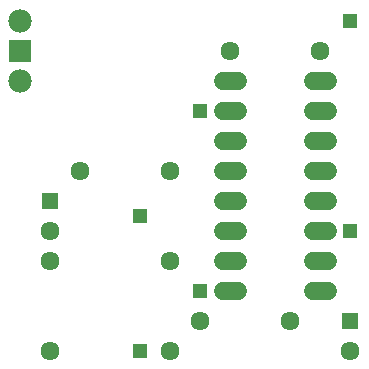
<source format=gts>
G75*
%MOIN*%
%OFA0B0*%
%FSLAX25Y25*%
%IPPOS*%
%LPD*%
%AMOC8*
5,1,8,0,0,1.08239X$1,22.5*
%
%ADD10C,0.06343*%
%ADD11R,0.05556X0.05556*%
%ADD12C,0.05950*%
%ADD13C,0.07800*%
%ADD14R,0.07800X0.07800*%
%ADD15R,0.04762X0.04762*%
D10*
X0073318Y0034867D03*
X0073318Y0064867D03*
X0073318Y0074867D03*
X0083318Y0094867D03*
X0113318Y0094867D03*
X0113318Y0064867D03*
X0123318Y0044867D03*
X0113318Y0034867D03*
X0153318Y0044867D03*
X0173318Y0034867D03*
X0163318Y0134867D03*
X0133318Y0134867D03*
D11*
X0073318Y0084867D03*
X0173318Y0044867D03*
D12*
X0165893Y0054867D02*
X0160743Y0054867D01*
X0160743Y0064867D02*
X0165893Y0064867D01*
X0165893Y0074867D02*
X0160743Y0074867D01*
X0160743Y0084867D02*
X0165893Y0084867D01*
X0165893Y0094867D02*
X0160743Y0094867D01*
X0160743Y0104867D02*
X0165893Y0104867D01*
X0165893Y0114867D02*
X0160743Y0114867D01*
X0160743Y0124867D02*
X0165893Y0124867D01*
X0135893Y0124867D02*
X0130743Y0124867D01*
X0130743Y0114867D02*
X0135893Y0114867D01*
X0135893Y0104867D02*
X0130743Y0104867D01*
X0130743Y0094867D02*
X0135893Y0094867D01*
X0135893Y0084867D02*
X0130743Y0084867D01*
X0130743Y0074867D02*
X0135893Y0074867D01*
X0135893Y0064867D02*
X0130743Y0064867D01*
X0130743Y0054867D02*
X0135893Y0054867D01*
D13*
X0063318Y0124867D03*
X0063318Y0144867D03*
D14*
X0063318Y0134867D03*
D15*
X0123318Y0114867D03*
X0103318Y0079867D03*
X0123318Y0054867D03*
X0103318Y0034867D03*
X0173318Y0074867D03*
X0173318Y0144867D03*
M02*

</source>
